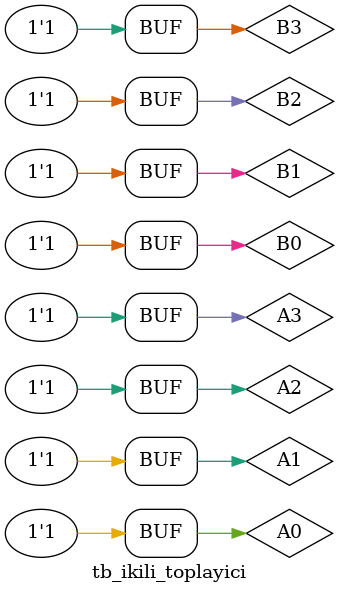
<source format=v>
module yarim_toplayici(
    input x, y,
    output s, c
);
wire w1, w2;
and gate1(w1, x, ~y);
and gate2(w2, ~x, y);
and gate3(c, x, y); 

or gate4(s, w1, w2);

endmodule

module tam_toplayici(
    input x, y, z,
    output s, c
);
wire w1, w2, w3, w4;
wire w5, w6, w7;

and gate1(w1, ~x, ~y, z);
and gate2(w2, ~x, y, ~z);
and gate3(w3, x, ~y, ~z);
and gate4(w4, x, y, z);
or(s, w1, w2, w3, w4); // Sum biti hesaplama

and gate5(w5, x, y);
and gate6(w6, x, z);
and gate7(w7, y, z);
or(c, w5, w6, w7); // Carry biti hesaplama

endmodule

module ikili_toplayici(
    input a0, a1, a2, a3,
    input b0, b1, b2, b3,
    output c4, s0, s1, s2, s3
);
    
wire c1, c2, c3;
     
tam_toplayici t10 (
 .x(a0),
 .y(b0),
 .z(0),
 .s(s0),
 .c(c1)
);

tam_toplayici t11 (
 .x(a1),
 .y(b1),
 .z(c1),
 .s(s1),
 .c(c2)
);


tam_toplayici t12 (
 .x(a2),
 .y(b2),
 .z(c2),
 .s(s2),
 .c(c3)
);

tam_toplayici t13 (
 .x(a3),
 .y(b3),
 .z(c3),
 .s(s3),
 .c(c4)
);

endmodule

module tb_yarim_toplayici;
reg A, B;
wire sum, carry;

yarim_toplayici dut ( //veya genisletilmemis olacak
 .x(A),
 .y(B),
 .s(sum),
 .c(carry)
);

initial begin
 A = 0; B = 0; #10; 
 A = 0; B = 1; #10; 
 A = 1; B = 0; #10; 
 A = 1; B = 1; #10; 

end
endmodule

module tb_tam_toplayici;
reg A, B, C;
wire sum, carry;

tam_toplayici dut2 (
 .x(A),
 .y(B),
 .z(C),
 .s(sum),
 .c(carry)
);

initial begin
 A = 0; B = 0; C = 0; #10;
 A = 0; B = 0; C = 1; #10;
 A = 0; B = 1; C = 0; #10;
 A = 0; B = 1; C = 1; #10;
 A = 1; B = 0; C = 0; #10;
 A = 1; B = 0; C = 1; #10;
 A = 1; B = 1; C = 0; #10;
 A = 1; B = 1; C = 1; #10;
end
endmodule


module tb_ikili_toplayici;
reg A0, A1, A2, A3;
reg B0, B1, B2, B3;
wire s0, s1, s2, s3, carry;

ikili_toplayici dut3 (
 .a0(A0), .a1(A1), .a2(A2), .a3(A3),
 .b0(B0), .b1(B1), .b2(B2), .b3(B3),
 .c4(carry), .s0(s0), .s1(s1), .s2(s2),
 .s3(s3)
);

initial begin
    // A = 0000, B = 0000
    A0 = 0; A1 = 0; A2 = 0; A3 = 0; B0 = 0; B1 = 0; B2 = 0; B3 = 0;
    #10;

    // A = 0000, B = 0001
    A0 = 0; A1 = 0; A2 = 0; A3 = 0; B0 = 0; B1 = 0; B2 = 0; B3 = 1;
    #10;

    // A = 0000, B = 0010
    A0 = 0; A1 = 0; A2 = 0; A3 = 0; B0 = 0; B1 = 0; B2 = 1; B3 = 0;
    #10;

    // A = 0000, B = 0011
    A0 = 0; A1 = 0; A2 = 0; A3 = 0; B0 = 0; B1 = 0; B2 = 1; B3 = 1;
    #10;

    // A = 0000, B = 0100
    A0 = 0; A1 = 0; A2 = 0; A3 = 0; B0 = 0; B1 = 1; B2 = 0; B3 = 0;
    #10;

    // A = 0000, B = 0101
    A0 = 0; A1 = 0; A2 = 0; A3 = 0; B0 = 0; B1 = 1; B2 = 0; B3 = 1;
    #10;

    // A = 0000, B = 0110
    A0 = 0; A1 = 0; A2 = 0; A3 = 0; B0 = 0; B1 = 1; B2 = 1; B3 = 0;
    #10;

    // A = 0000, B = 0111
    A0 = 0; A1 = 0; A2 = 0; A3 = 0; B0 = 0; B1 = 1; B2 = 1; B3 = 1;
    #10;

    // A = 0000, B = 1000
    A0 = 0; A1 = 0; A2 = 0; A3 = 0; B0 = 1; B1 = 0; B2 = 0; B3 = 0;
    #10;

    // A = 0000, B = 1001
    A0 = 0; A1 = 0; A2 = 0; A3 = 0; B0 = 1; B1 = 0; B2 = 0; B3 = 1;
    #10;

    // A = 0000, B = 1010
    A0 = 0; A1 = 0; A2 = 0; A3 = 0; B0 = 1; B1 = 0; B2 = 1; B3 = 0;
    #10;

    // A = 1111, B = 1111
    A0 = 1; A1 = 1; A2 = 1; A3 = 1; B0 = 1; B1 = 1; B2 = 1; B3 = 1;
    #10;	
end

endmodule
</source>
